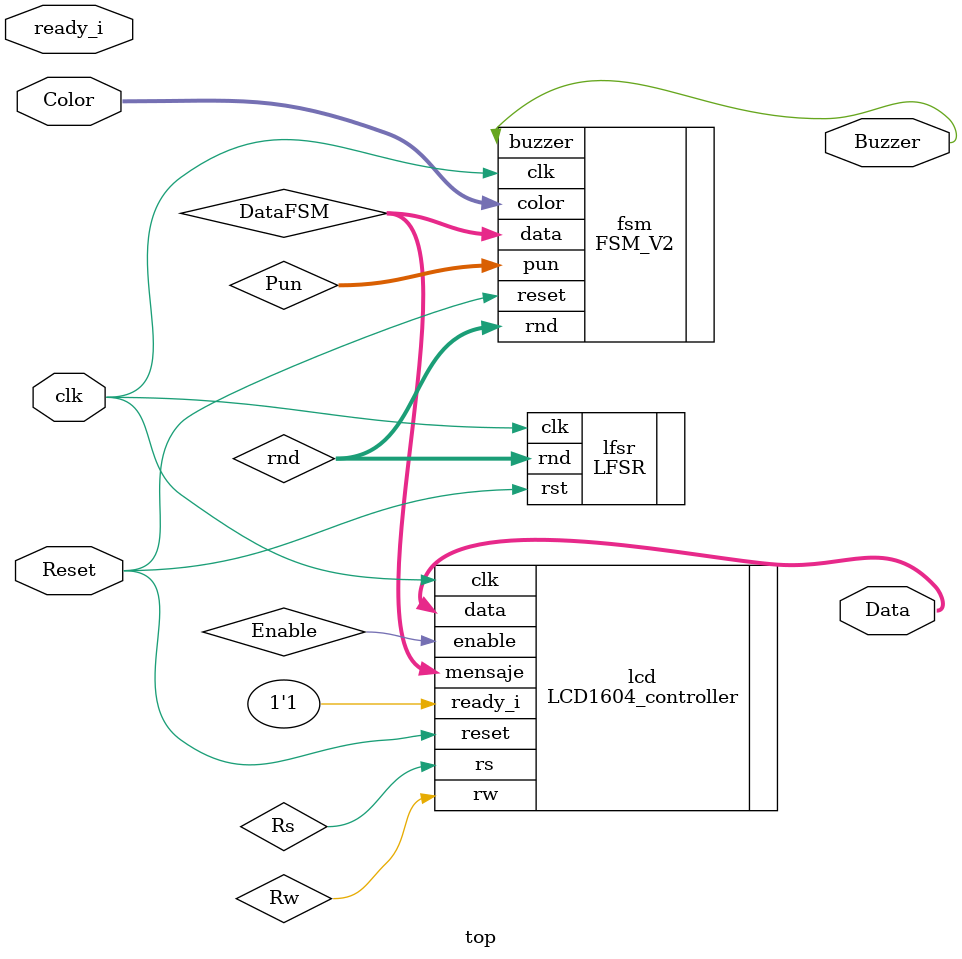
<source format=v>

module top (
    input clk,
    input Reset,
    input ready_i,
    input  [2:0] Color, 
    output [7:0] Data,
    output Buzzer
  );
  
  wire [2:0] DataFSM;
  wire [7:0] Pun; 
  wire [7:0] Mpun;
  wire [7:0] Apun;
  wire Rs;
  wire Rw;
  wire Enable;
  wire [1:0] rnd;  


  FSM_V2 #(2, 3, 2, 100, 50,20) fsm( 
        .clk(clk),.reset(Reset),.color(Color),.pun(Pun),.buzzer(Buzzer),.data(DataFSM),.rnd(rnd)
  );

  LFSR lfsr(
        .clk(clk),.rst(Reset),.rnd(rnd)
  );
  

  LCD1604_controller #(4, 32, 20, 8, 8, 40, 80) lcd(
        .clk(clk),.reset(Reset),.ready_i(1'b1),.mensaje(DataFSM),.rs(Rs),.rw(Rw),.enable(Enable),.data(Data)
  );
endmodule
</source>
